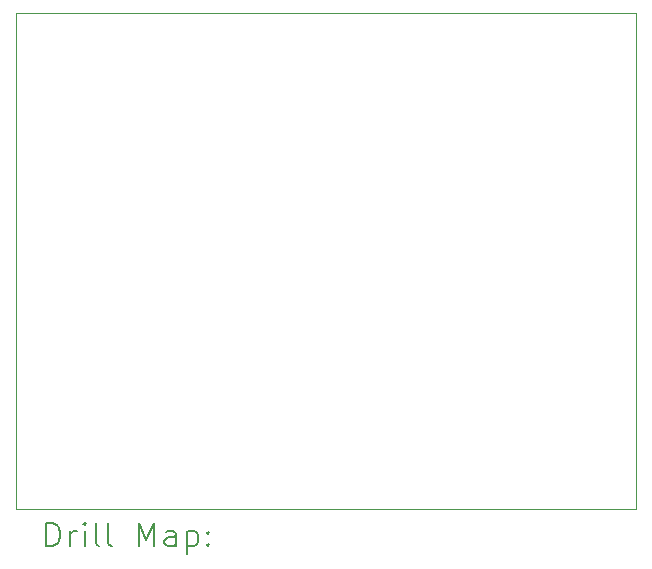
<source format=gbr>
%TF.GenerationSoftware,KiCad,Pcbnew,9.0.0*%
%TF.CreationDate,2025-06-25T20:28:33-04:00*%
%TF.ProjectId,pico2-test-mule,7069636f-322d-4746-9573-742d6d756c65,v0.2.5*%
%TF.SameCoordinates,Original*%
%TF.FileFunction,Drillmap*%
%TF.FilePolarity,Positive*%
%FSLAX45Y45*%
G04 Gerber Fmt 4.5, Leading zero omitted, Abs format (unit mm)*
G04 Created by KiCad (PCBNEW 9.0.0) date 2025-06-25 20:28:33*
%MOMM*%
%LPD*%
G01*
G04 APERTURE LIST*
%ADD10C,0.050000*%
%ADD11C,0.200000*%
G04 APERTURE END LIST*
D10*
X0Y0D02*
X5250000Y0D01*
X5250000Y-4200000D01*
X0Y-4200000D01*
X0Y0D01*
D11*
X258277Y-4513984D02*
X258277Y-4313984D01*
X258277Y-4313984D02*
X305896Y-4313984D01*
X305896Y-4313984D02*
X334467Y-4323508D01*
X334467Y-4323508D02*
X353515Y-4342555D01*
X353515Y-4342555D02*
X363039Y-4361603D01*
X363039Y-4361603D02*
X372562Y-4399698D01*
X372562Y-4399698D02*
X372562Y-4428270D01*
X372562Y-4428270D02*
X363039Y-4466365D01*
X363039Y-4466365D02*
X353515Y-4485412D01*
X353515Y-4485412D02*
X334467Y-4504460D01*
X334467Y-4504460D02*
X305896Y-4513984D01*
X305896Y-4513984D02*
X258277Y-4513984D01*
X458277Y-4513984D02*
X458277Y-4380650D01*
X458277Y-4418746D02*
X467801Y-4399698D01*
X467801Y-4399698D02*
X477324Y-4390174D01*
X477324Y-4390174D02*
X496372Y-4380650D01*
X496372Y-4380650D02*
X515420Y-4380650D01*
X582086Y-4513984D02*
X582086Y-4380650D01*
X582086Y-4313984D02*
X572563Y-4323508D01*
X572563Y-4323508D02*
X582086Y-4333031D01*
X582086Y-4333031D02*
X591610Y-4323508D01*
X591610Y-4323508D02*
X582086Y-4313984D01*
X582086Y-4313984D02*
X582086Y-4333031D01*
X705896Y-4513984D02*
X686848Y-4504460D01*
X686848Y-4504460D02*
X677324Y-4485412D01*
X677324Y-4485412D02*
X677324Y-4313984D01*
X810658Y-4513984D02*
X791610Y-4504460D01*
X791610Y-4504460D02*
X782086Y-4485412D01*
X782086Y-4485412D02*
X782086Y-4313984D01*
X1039229Y-4513984D02*
X1039229Y-4313984D01*
X1039229Y-4313984D02*
X1105896Y-4456841D01*
X1105896Y-4456841D02*
X1172563Y-4313984D01*
X1172563Y-4313984D02*
X1172563Y-4513984D01*
X1353515Y-4513984D02*
X1353515Y-4409222D01*
X1353515Y-4409222D02*
X1343991Y-4390174D01*
X1343991Y-4390174D02*
X1324944Y-4380650D01*
X1324944Y-4380650D02*
X1286848Y-4380650D01*
X1286848Y-4380650D02*
X1267801Y-4390174D01*
X1353515Y-4504460D02*
X1334467Y-4513984D01*
X1334467Y-4513984D02*
X1286848Y-4513984D01*
X1286848Y-4513984D02*
X1267801Y-4504460D01*
X1267801Y-4504460D02*
X1258277Y-4485412D01*
X1258277Y-4485412D02*
X1258277Y-4466365D01*
X1258277Y-4466365D02*
X1267801Y-4447317D01*
X1267801Y-4447317D02*
X1286848Y-4437793D01*
X1286848Y-4437793D02*
X1334467Y-4437793D01*
X1334467Y-4437793D02*
X1353515Y-4428270D01*
X1448753Y-4380650D02*
X1448753Y-4580650D01*
X1448753Y-4390174D02*
X1467801Y-4380650D01*
X1467801Y-4380650D02*
X1505896Y-4380650D01*
X1505896Y-4380650D02*
X1524943Y-4390174D01*
X1524943Y-4390174D02*
X1534467Y-4399698D01*
X1534467Y-4399698D02*
X1543991Y-4418746D01*
X1543991Y-4418746D02*
X1543991Y-4475889D01*
X1543991Y-4475889D02*
X1534467Y-4494936D01*
X1534467Y-4494936D02*
X1524943Y-4504460D01*
X1524943Y-4504460D02*
X1505896Y-4513984D01*
X1505896Y-4513984D02*
X1467801Y-4513984D01*
X1467801Y-4513984D02*
X1448753Y-4504460D01*
X1629705Y-4494936D02*
X1639229Y-4504460D01*
X1639229Y-4504460D02*
X1629705Y-4513984D01*
X1629705Y-4513984D02*
X1620182Y-4504460D01*
X1620182Y-4504460D02*
X1629705Y-4494936D01*
X1629705Y-4494936D02*
X1629705Y-4513984D01*
X1629705Y-4390174D02*
X1639229Y-4399698D01*
X1639229Y-4399698D02*
X1629705Y-4409222D01*
X1629705Y-4409222D02*
X1620182Y-4399698D01*
X1620182Y-4399698D02*
X1629705Y-4390174D01*
X1629705Y-4390174D02*
X1629705Y-4409222D01*
M02*

</source>
